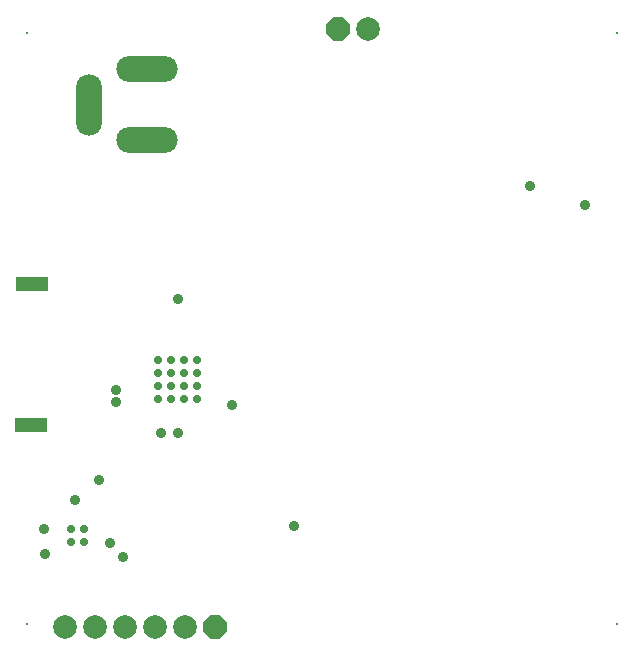
<source format=gbs>
G04 Layer_Color=16711935*
%FSLAX43Y43*%
%MOMM*%
G71*
G01*
G75*
%ADD48R,2.703X1.203*%
%ADD49O,5.203X2.203*%
%ADD50O,2.203X5.203*%
%ADD51C,2.003*%
%ADD52P,2.168X8X22.5*%
%ADD53C,0.203*%
%ADD54C,0.903*%
%ADD55C,0.703*%
D48*
X2950Y31275D02*
D03*
X2875Y19325D02*
D03*
D49*
X12700Y43500D02*
D03*
Y49500D02*
D03*
D50*
X7800Y46450D02*
D03*
D51*
X31440Y52900D02*
D03*
X5725Y2275D02*
D03*
X10805D02*
D03*
X13345D02*
D03*
X15885D02*
D03*
X8265D02*
D03*
D52*
X28900Y52900D02*
D03*
X18425Y2275D02*
D03*
D53*
X2500Y2500D02*
D03*
Y52500D02*
D03*
X52500D02*
D03*
Y2500D02*
D03*
D54*
X10100Y22275D02*
D03*
X15325Y30050D02*
D03*
X19875Y21050D02*
D03*
X4025Y8425D02*
D03*
X4000Y10500D02*
D03*
X13875Y18625D02*
D03*
X10100Y21275D02*
D03*
X8650Y14675D02*
D03*
X9587Y9363D02*
D03*
X15351Y18625D02*
D03*
X45100Y39600D02*
D03*
X6625Y13000D02*
D03*
X10675Y8150D02*
D03*
X49750Y37950D02*
D03*
X25100Y10825D02*
D03*
D55*
X13625Y24875D02*
D03*
Y23775D02*
D03*
X16925D02*
D03*
X13625Y22675D02*
D03*
X14725D02*
D03*
X13625Y21575D02*
D03*
X14725D02*
D03*
X6275Y9425D02*
D03*
Y10525D02*
D03*
X7375Y9425D02*
D03*
Y10525D02*
D03*
X15825Y23775D02*
D03*
Y22675D02*
D03*
X16925Y24875D02*
D03*
Y22675D02*
D03*
X14725Y23775D02*
D03*
X15825Y24875D02*
D03*
X14725D02*
D03*
X16925Y21575D02*
D03*
X15825D02*
D03*
M02*

</source>
